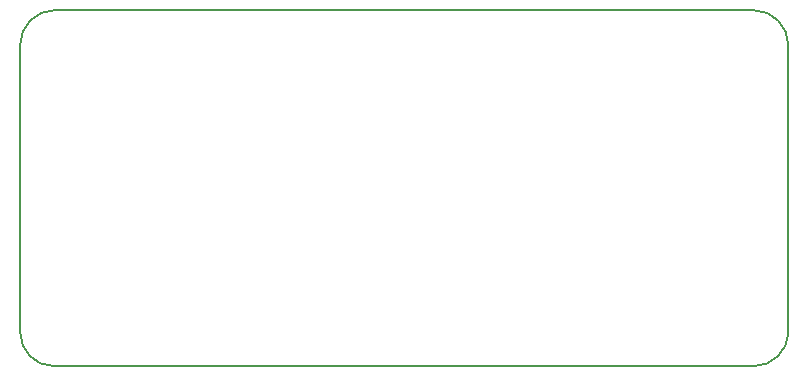
<source format=gm1>
G04 #@! TF.FileFunction,Profile,NP*
%FSLAX46Y46*%
G04 Gerber Fmt 4.6, Leading zero omitted, Abs format (unit mm)*
G04 Created by KiCad (PCBNEW 4.0.6) date 2017 October 18, Wednesday 08:02:58*
%MOMM*%
%LPD*%
G01*
G04 APERTURE LIST*
%ADD10C,0.100000*%
%ADD11C,0.150000*%
G04 APERTURE END LIST*
D10*
D11*
X158400000Y-105600000D02*
X217500000Y-105600000D01*
X220500000Y-108600000D02*
X220500000Y-132900000D01*
X217550000Y-135750000D02*
X158300000Y-135750000D01*
X155450000Y-132900000D02*
X155450000Y-108550000D01*
X220500000Y-108600000D02*
G75*
G03X217500000Y-105600000I-3000000J0D01*
G01*
X217550000Y-135751694D02*
G75*
G03X220500000Y-132900000I0J2951694D01*
G01*
X155450000Y-132900000D02*
G75*
G03X158300000Y-135750000I2850000J0D01*
G01*
X158400000Y-105600000D02*
G75*
G03X155450000Y-108550000I0J-2950000D01*
G01*
M02*

</source>
